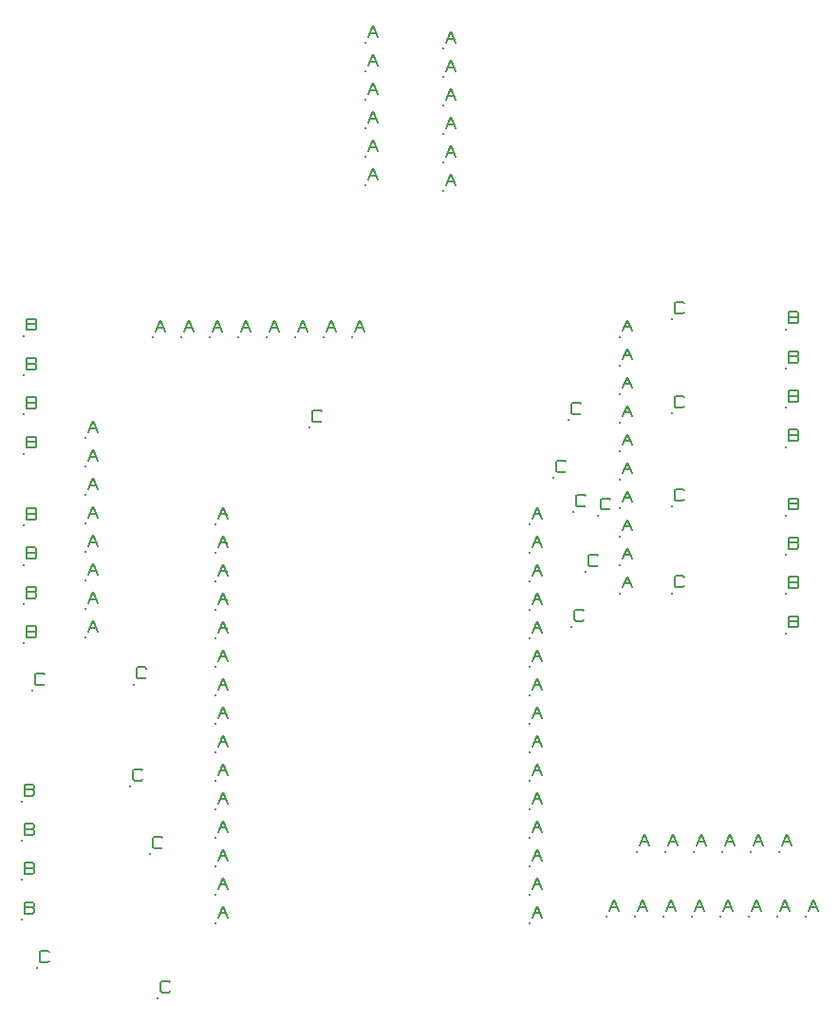
<source format=gbr>
G70*
%FSLAX55Y55*%
%AMUSER11*
1, 1, 0.01000, 0.0, 0.0*
1, 0, 0.00500, 0.0, 0.0*%
%ADD11USER11*%
%ADD12C,0.00800*%
D11*
X63295Y227250D03*
D12*
X64331Y228286D02*
X64331Y229328*
X65997Y233286D01*
X67664Y229328*
X64956Y230786D02*
X67039Y230786D01*
D11*
X63295Y217250D03*
D12*
X64331Y218286D02*
X64331Y219328*
X65997Y223286D01*
X67664Y219328*
X64956Y220786D02*
X67039Y220786D01*
D11*
X63295Y207250D03*
D12*
X64331Y208286D02*
X64331Y209328*
X65997Y213286D01*
X67664Y209328*
X64956Y210786D02*
X67039Y210786D01*
D11*
X63295Y197250D03*
D12*
X64331Y198286D02*
X64331Y199328*
X65997Y203286D01*
X67664Y199328*
X64956Y200786D02*
X67039Y200786D01*
D11*
X63295Y187250D03*
D12*
X64331Y188286D02*
X64331Y189328*
X65997Y193286D01*
X67664Y189328*
X64956Y190786D02*
X67039Y190786D01*
D11*
X63276Y177250D03*
D12*
X64311Y178286D02*
X64311Y179328*
X65978Y183286D01*
X67644Y179328*
X64936Y180786D02*
X67019Y180786D01*
D11*
X63276Y167250D03*
D12*
X64311Y168286D02*
X64311Y169328*
X65978Y173286D01*
X67644Y169328*
X64936Y170786D02*
X67019Y170786D01*
D11*
X63276Y157250D03*
D12*
X64311Y158286D02*
X64311Y159328*
X65978Y163286D01*
X67644Y159328*
X64936Y160786D02*
X67019Y160786D01*
D11*
X41642Y155321D03*
D12*
X42677Y156357D02*
X42677Y157398*
X42677Y161357D01*
X45594Y161357*
X46011Y160940*
X46011Y159898*
X45594Y159482*
X42677Y159482D02*
X45594Y159482D01*
X46011Y159065*
X46011Y157815*
X45594Y157398*
X42677Y157398*
D11*
X41642Y169101D03*
D12*
X42677Y170136D02*
X42677Y171178*
X42677Y175136D01*
X45594Y175136*
X46011Y174720*
X46011Y173678*
X45594Y173261*
X42677Y173261D02*
X45594Y173261D01*
X46011Y172845*
X46011Y171595*
X45594Y171178*
X42677Y171178*
D11*
X41642Y182880D03*
D12*
X42677Y183916D02*
X42677Y184957*
X42677Y188916D01*
X45594Y188916*
X46011Y188499*
X46011Y187457*
X45594Y187041*
X42677Y187041D02*
X45594Y187041D01*
X46011Y186624*
X46011Y185374*
X45594Y184957*
X42677Y184957*
D11*
X41642Y196660D03*
D12*
X42677Y197695D02*
X42677Y198737*
X42677Y202695D01*
X45594Y202695*
X46011Y202279*
X46011Y201237*
X45594Y200820*
X42677Y200820D02*
X45594Y200820D01*
X46011Y200404*
X46011Y199154*
X45594Y198737*
X42677Y198737*
D11*
X161524Y366030D03*
D12*
X162559Y367065D02*
X162559Y368107*
X164226Y372065D01*
X165892Y368107*
X163184Y369565D02*
X165267Y369565D01*
D11*
X161524Y356030D03*
D12*
X162559Y357065D02*
X162559Y358107*
X164226Y362065D01*
X165892Y358107*
X163184Y359565D02*
X165267Y359565D01*
D11*
X161524Y346030D03*
D12*
X162559Y347065D02*
X162559Y348107*
X164226Y352065D01*
X165892Y348107*
X163184Y349565D02*
X165267Y349565D01*
D11*
X161524Y336030D03*
D12*
X162559Y337065D02*
X162559Y338107*
X164226Y342065D01*
X165892Y338107*
X163184Y339565D02*
X165267Y339565D01*
D11*
X161524Y326030D03*
D12*
X162559Y327065D02*
X162559Y328107*
X164226Y332065D01*
X165892Y328107*
X163184Y329565D02*
X165267Y329565D01*
D11*
X161504Y316030D03*
D12*
X162539Y317065D02*
X162539Y318107*
X164206Y322065D01*
X165873Y318107*
X163164Y319565D02*
X165248Y319565D01*
D11*
X109102Y197093D03*
D12*
X110138Y198128D02*
X110138Y199170*
X111805Y203128D01*
X113471Y199170*
X110763Y200628D02*
X112846Y200628D01*
D11*
X109102Y187093D03*
D12*
X110138Y188128D02*
X110138Y189170*
X111805Y193128D01*
X113471Y189170*
X110763Y190628D02*
X112846Y190628D01*
D11*
X109102Y177093D03*
D12*
X110138Y178128D02*
X110138Y179170*
X111805Y183128D01*
X113471Y179170*
X110763Y180628D02*
X112846Y180628D01*
D11*
X109102Y167093D03*
D12*
X110138Y168128D02*
X110138Y169170*
X111805Y173128D01*
X113471Y169170*
X110763Y170628D02*
X112846Y170628D01*
D11*
X109102Y157093D03*
D12*
X110138Y158128D02*
X110138Y159170*
X111805Y163128D01*
X113471Y159170*
X110763Y160628D02*
X112846Y160628D01*
D11*
X109083Y147093D03*
D12*
X110118Y148128D02*
X110118Y149170*
X111785Y153128D01*
X113451Y149170*
X110743Y150628D02*
X112826Y150628D01*
D11*
X109083Y137093D03*
D12*
X110118Y138128D02*
X110118Y139170*
X111785Y143128D01*
X113451Y139170*
X110743Y140628D02*
X112826Y140628D01*
D11*
X109083Y127093D03*
D12*
X110118Y128128D02*
X110118Y129170*
X111785Y133128D01*
X113451Y129170*
X110743Y130628D02*
X112826Y130628D01*
D11*
X109083Y117093D03*
D12*
X110118Y118128D02*
X110118Y119170*
X111785Y123128D01*
X113451Y119170*
X110743Y120628D02*
X112826Y120628D01*
D11*
X109083Y107093D03*
D12*
X110118Y108128D02*
X110118Y109170*
X111785Y113128D01*
X113451Y109170*
X110743Y110628D02*
X112826Y110628D01*
D11*
X109083Y97093D03*
D12*
X110118Y98128D02*
X110118Y99170*
X111785Y103128D01*
X113451Y99170*
X110743Y100628D02*
X112826Y100628D01*
D11*
X109083Y87093D03*
D12*
X110118Y88128D02*
X110118Y89170*
X111785Y93128D01*
X113451Y89170*
X110743Y90628D02*
X112826Y90628D01*
D11*
X109083Y77093D03*
D12*
X110118Y78128D02*
X110118Y79170*
X111785Y83128D01*
X113451Y79170*
X110743Y80628D02*
X112826Y80628D01*
D11*
X109083Y67093D03*
D12*
X110118Y68128D02*
X110118Y69170*
X111785Y73128D01*
X113451Y69170*
X110743Y70628D02*
X112826Y70628D01*
D11*
X109083Y57093D03*
D12*
X110118Y58128D02*
X110118Y59170*
X111785Y63128D01*
X113451Y59170*
X110743Y60628D02*
X112826Y60628D01*
D11*
X219319Y57093D03*
D12*
X220354Y58128D02*
X220354Y59170*
X222021Y63128D01*
X223688Y59170*
X220979Y60628D02*
X223063Y60628D01*
D11*
X219319Y67093D03*
D12*
X220354Y68128D02*
X220354Y69170*
X222021Y73128D01*
X223688Y69170*
X220979Y70628D02*
X223063Y70628D01*
D11*
X219319Y77093D03*
D12*
X220354Y78128D02*
X220354Y79170*
X222021Y83128D01*
X223688Y79170*
X220979Y80628D02*
X223063Y80628D01*
D11*
X219319Y87093D03*
D12*
X220354Y88128D02*
X220354Y89170*
X222021Y93128D01*
X223688Y89170*
X220979Y90628D02*
X223063Y90628D01*
D11*
X219319Y97093D03*
D12*
X220354Y98128D02*
X220354Y99170*
X222021Y103128D01*
X223688Y99170*
X220979Y100628D02*
X223063Y100628D01*
D11*
X219319Y107093D03*
D12*
X220354Y108128D02*
X220354Y109170*
X222021Y113128D01*
X223688Y109170*
X220979Y110628D02*
X223063Y110628D01*
D11*
X219319Y117093D03*
D12*
X220354Y118128D02*
X220354Y119170*
X222021Y123128D01*
X223688Y119170*
X220979Y120628D02*
X223063Y120628D01*
D11*
X219319Y127093D03*
D12*
X220354Y128128D02*
X220354Y129170*
X222021Y133128D01*
X223688Y129170*
X220979Y130628D02*
X223063Y130628D01*
D11*
X219319Y137093D03*
D12*
X220354Y138128D02*
X220354Y139170*
X222021Y143128D01*
X223688Y139170*
X220979Y140628D02*
X223063Y140628D01*
D11*
X219319Y147093D03*
D12*
X220354Y148128D02*
X220354Y149170*
X222021Y153128D01*
X223688Y149170*
X220979Y150628D02*
X223063Y150628D01*
D11*
X219319Y157093D03*
D12*
X220354Y158128D02*
X220354Y159170*
X222021Y163128D01*
X223688Y159170*
X220979Y160628D02*
X223063Y160628D01*
D11*
X219319Y167093D03*
D12*
X220354Y168128D02*
X220354Y169170*
X222021Y173128D01*
X223688Y169170*
X220979Y170628D02*
X223063Y170628D01*
D11*
X219319Y177093D03*
D12*
X220354Y178128D02*
X220354Y179170*
X222021Y183128D01*
X223688Y179170*
X220979Y180628D02*
X223063Y180628D01*
D11*
X219319Y187093D03*
D12*
X220354Y188128D02*
X220354Y189170*
X222021Y193128D01*
X223688Y189170*
X220979Y190628D02*
X223063Y190628D01*
D11*
X219319Y197093D03*
D12*
X220354Y198128D02*
X220354Y199170*
X222021Y203128D01*
X223688Y199170*
X220979Y200628D02*
X223063Y200628D01*
D11*
X86839Y262605D03*
D12*
X87874Y263640D02*
X87874Y264682*
X89541Y268640D01*
X91207Y264682*
X88499Y266140D02*
X90582Y266140D01*
D11*
X96839Y262605D03*
D12*
X97874Y263640D02*
X97874Y264682*
X99541Y268640D01*
X101207Y264682*
X98499Y266140D02*
X100582Y266140D01*
D11*
X106839Y262605D03*
D12*
X107874Y263640D02*
X107874Y264682*
X109541Y268640D01*
X111207Y264682*
X108499Y266140D02*
X110582Y266140D01*
D11*
X116839Y262605D03*
D12*
X117874Y263640D02*
X117874Y264682*
X119541Y268640D01*
X121207Y264682*
X118499Y266140D02*
X120582Y266140D01*
D11*
X126839Y262605D03*
D12*
X127874Y263640D02*
X127874Y264682*
X129541Y268640D01*
X131207Y264682*
X128499Y266140D02*
X130582Y266140D01*
D11*
X136839Y262585D03*
D12*
X137874Y263621D02*
X137874Y264662*
X139541Y268621D01*
X141207Y264662*
X138499Y266121D02*
X140582Y266121D01*
D11*
X146839Y262585D03*
D12*
X147874Y263621D02*
X147874Y264662*
X149541Y268621D01*
X151207Y264662*
X148499Y266121D02*
X150582Y266121D01*
D11*
X156839Y262585D03*
D12*
X157874Y263621D02*
X157874Y264662*
X159541Y268621D01*
X161207Y264662*
X158499Y266121D02*
X160582Y266121D01*
D11*
X189063Y363943D03*
D12*
X190099Y364979D02*
X190099Y366020*
X191765Y369979D01*
X193432Y366020*
X190724Y367479D02*
X192807Y367479D01*
D11*
X189063Y353943D03*
D12*
X190099Y354979D02*
X190099Y356020*
X191765Y359979D01*
X193432Y356020*
X190724Y357479D02*
X192807Y357479D01*
D11*
X189063Y343943D03*
D12*
X190099Y344979D02*
X190099Y346020*
X191765Y349979D01*
X193432Y346020*
X190724Y347479D02*
X192807Y347479D01*
D11*
X189063Y333943D03*
D12*
X190099Y334979D02*
X190099Y336020*
X191765Y339979D01*
X193432Y336020*
X190724Y337479D02*
X192807Y337479D01*
D11*
X189063Y323943D03*
D12*
X190099Y324979D02*
X190099Y326020*
X191765Y329979D01*
X193432Y326020*
X190724Y327479D02*
X192807Y327479D01*
D11*
X189043Y313943D03*
D12*
X190079Y314979D02*
X190079Y316020*
X191745Y319979D01*
X193412Y316020*
X190704Y317479D02*
X192787Y317479D01*
D11*
X316406Y59317D03*
D12*
X317441Y60353D02*
X317441Y61394*
X319108Y65353D01*
X320774Y61394*
X318066Y62853D02*
X320149Y62853D01*
D11*
X306406Y59317D03*
D12*
X307441Y60353D02*
X307441Y61394*
X309108Y65353D01*
X310774Y61394*
X308066Y62853D02*
X310149Y62853D01*
D11*
X296406Y59317D03*
D12*
X297441Y60353D02*
X297441Y61394*
X299108Y65353D01*
X300774Y61394*
X298066Y62853D02*
X300149Y62853D01*
D11*
X286406Y59317D03*
D12*
X287441Y60353D02*
X287441Y61394*
X289108Y65353D01*
X290774Y61394*
X288066Y62853D02*
X290149Y62853D01*
D11*
X276406Y59317D03*
D12*
X277441Y60353D02*
X277441Y61394*
X279108Y65353D01*
X280774Y61394*
X278066Y62853D02*
X280149Y62853D01*
D11*
X266406Y59337D03*
D12*
X267441Y60373D02*
X267441Y61414*
X269108Y65373D01*
X270774Y61414*
X268066Y62873D02*
X270149Y62873D01*
D11*
X256406Y59337D03*
D12*
X257441Y60373D02*
X257441Y61414*
X259108Y65373D01*
X260774Y61414*
X258066Y62873D02*
X260149Y62873D01*
D11*
X246406Y59337D03*
D12*
X247441Y60373D02*
X247441Y61414*
X249108Y65373D01*
X250774Y61414*
X248066Y62873D02*
X250149Y62873D01*
D11*
X41642Y221857D03*
D12*
X42677Y222892D02*
X42677Y223934*
X42677Y227892D01*
X45594Y227892*
X46011Y227476*
X46011Y226434*
X45594Y226017*
X42677Y226017D02*
X45594Y226017D01*
X46011Y225601*
X46011Y224351*
X45594Y223934*
X42677Y223934*
D11*
X41642Y235636D03*
D12*
X42677Y236672D02*
X42677Y237713*
X42677Y241672D01*
X45594Y241672*
X46011Y241255*
X46011Y240213*
X45594Y239797*
X42677Y239797D02*
X45594Y239797D01*
X46011Y239380*
X46011Y238130*
X45594Y237713*
X42677Y237713*
D11*
X41642Y249416D03*
D12*
X42677Y250451D02*
X42677Y251493*
X42677Y255451D01*
X45594Y255451*
X46011Y255035*
X46011Y253993*
X45594Y253576*
X42677Y253576D02*
X45594Y253576D01*
X46011Y253160*
X46011Y251910*
X45594Y251493*
X42677Y251493*
D11*
X41642Y263195D03*
D12*
X42677Y264231D02*
X42677Y265272*
X42677Y269231D01*
X45594Y269231*
X46011Y268814*
X46011Y267772*
X45594Y267356*
X42677Y267356D02*
X45594Y267356D01*
X46011Y266939*
X46011Y265689*
X45594Y265272*
X42677Y265272*
D11*
X257114Y82231D03*
D12*
X258150Y83266D02*
X258150Y84308*
X259816Y88266D01*
X261483Y84308*
X258775Y85766D02*
X260858Y85766D01*
D11*
X267114Y82231D03*
D12*
X268150Y83266D02*
X268150Y84308*
X269816Y88266D01*
X271483Y84308*
X268775Y85766D02*
X270858Y85766D01*
D11*
X277114Y82231D03*
D12*
X278150Y83266D02*
X278150Y84308*
X279816Y88266D01*
X281483Y84308*
X278775Y85766D02*
X280858Y85766D01*
D11*
X287114Y82231D03*
D12*
X288150Y83266D02*
X288150Y84308*
X289816Y88266D01*
X291483Y84308*
X288775Y85766D02*
X290858Y85766D01*
D11*
X297114Y82231D03*
D12*
X298150Y83266D02*
X298150Y84308*
X299816Y88266D01*
X301483Y84308*
X298775Y85766D02*
X300858Y85766D01*
D11*
X307114Y82211D03*
D12*
X308150Y83247D02*
X308150Y84288*
X309816Y88247D01*
X311483Y84288*
X308775Y85747D02*
X310858Y85747D01*
D11*
X251091Y262841D03*
D12*
X252126Y263876D02*
X252126Y264918*
X253793Y268876D01*
X255459Y264918*
X252751Y266376D02*
X254834Y266376D01*
D11*
X251091Y252841D03*
D12*
X252126Y253876D02*
X252126Y254918*
X253793Y258876D01*
X255459Y254918*
X252751Y256376D02*
X254834Y256376D01*
D11*
X251091Y242841D03*
D12*
X252126Y243876D02*
X252126Y244918*
X253793Y248876D01*
X255459Y244918*
X252751Y246376D02*
X254834Y246376D01*
D11*
X251091Y232841D03*
D12*
X252126Y233876D02*
X252126Y234918*
X253793Y238876D01*
X255459Y234918*
X252751Y236376D02*
X254834Y236376D01*
D11*
X251091Y222841D03*
D12*
X252126Y223876D02*
X252126Y224918*
X253793Y228876D01*
X255459Y224918*
X252751Y226376D02*
X254834Y226376D01*
D11*
X251091Y212841D03*
D12*
X252126Y213876D02*
X252126Y214918*
X253793Y218876D01*
X255459Y214918*
X252751Y216376D02*
X254834Y216376D01*
D11*
X251091Y202841D03*
D12*
X252126Y203876D02*
X252126Y204918*
X253793Y208876D01*
X255459Y204918*
X252751Y206376D02*
X254834Y206376D01*
D11*
X251091Y192841D03*
D12*
X252126Y193876D02*
X252126Y194918*
X253793Y198876D01*
X255459Y194918*
X252751Y196376D02*
X254834Y196376D01*
D11*
X251091Y182841D03*
D12*
X252126Y183876D02*
X252126Y184918*
X253793Y188876D01*
X255459Y184918*
X252751Y186376D02*
X254834Y186376D01*
D11*
X251091Y172841D03*
D12*
X252126Y173876D02*
X252126Y174918*
X253793Y178876D01*
X255459Y174918*
X252751Y176376D02*
X254834Y176376D01*
D11*
X40854Y58471D03*
D12*
X41890Y59506D02*
X41890Y60548*
X41890Y64506D01*
X44806Y64506*
X45223Y64090*
X45223Y63048*
X44806Y62631*
X41890Y62631D02*
X44806Y62631D01*
X45223Y62215*
X45223Y60965*
X44806Y60548*
X41890Y60548*
D11*
X40854Y72250D03*
D12*
X41890Y73286D02*
X41890Y74328*
X41890Y78286D01*
X44806Y78286*
X45223Y77869*
X45223Y76828*
X44806Y76411*
X41890Y76411D02*
X44806Y76411D01*
X45223Y75994*
X45223Y74744*
X44806Y74328*
X41890Y74328*
D11*
X40854Y86030D03*
D12*
X41890Y87065D02*
X41890Y88107*
X41890Y92065D01*
X44806Y92065*
X45223Y91649*
X45223Y90607*
X44806Y90190*
X41890Y90190D02*
X44806Y90190D01*
X45223Y89774*
X45223Y88524*
X44806Y88107*
X41890Y88107*
D11*
X40854Y99809D03*
D12*
X41890Y100845D02*
X41890Y101887*
X41890Y105845D01*
X44806Y105845*
X45223Y105428*
X45223Y104387*
X44806Y103970*
X41890Y103970D02*
X44806Y103970D01*
X45223Y103553*
X45223Y102303*
X44806Y101887*
X41890Y101887*
D11*
X309358Y265557D03*
D12*
X310394Y266593D02*
X310394Y267635*
X310394Y271593D01*
X313310Y271593*
X313727Y271176*
X313727Y270135*
X313310Y269718*
X310394Y269718D02*
X313310Y269718D01*
X313727Y269301*
X313727Y268051*
X313310Y267635*
X310394Y267635*
D11*
X309358Y251778D03*
D12*
X310394Y252813D02*
X310394Y253855*
X310394Y257813D01*
X313310Y257813*
X313727Y257397*
X313727Y256355*
X313310Y255938*
X310394Y255938D02*
X313310Y255938D01*
X313727Y255522*
X313727Y254272*
X313310Y253855*
X310394Y253855*
D11*
X309358Y237998D03*
D12*
X310394Y239034D02*
X310394Y240076*
X310394Y244034D01*
X313310Y244034*
X313727Y243617*
X313727Y242576*
X313310Y242159*
X310394Y242159D02*
X313310Y242159D01*
X313727Y241742*
X313727Y240492*
X313310Y240076*
X310394Y240076*
D11*
X309358Y224219D03*
D12*
X310394Y225254D02*
X310394Y226296*
X310394Y230254D01*
X313310Y230254*
X313727Y229838*
X313727Y228796*
X313310Y228379*
X310394Y228379D02*
X313310Y228379D01*
X313727Y227963*
X313727Y226713*
X313310Y226296*
X310394Y226296*
D11*
X309358Y200203D03*
D12*
X310394Y201239D02*
X310394Y202280*
X310394Y206239D01*
X313310Y206239*
X313727Y205822*
X313727Y204780*
X313310Y204364*
X310394Y204364D02*
X313310Y204364D01*
X313727Y203947*
X313727Y202697*
X313310Y202280*
X310394Y202280*
D11*
X309358Y186424D03*
D12*
X310394Y187459D02*
X310394Y188501*
X310394Y192459D01*
X313310Y192459*
X313727Y192042*
X313727Y191001*
X313310Y190584*
X310394Y190584D02*
X313310Y190584D01*
X313727Y190167*
X313727Y188917*
X313310Y188501*
X310394Y188501*
D11*
X309358Y172644D03*
D12*
X310394Y173680D02*
X310394Y174721*
X310394Y178680D01*
X313310Y178680*
X313727Y178263*
X313727Y177221*
X313310Y176805*
X310394Y176805D02*
X313310Y176805D01*
X313727Y176388*
X313727Y175138*
X313310Y174721*
X310394Y174721*
D11*
X309358Y158865D03*
D12*
X310394Y159900D02*
X310394Y160942*
X310394Y164900D01*
X313310Y164900*
X313727Y164483*
X313727Y163442*
X313310Y163025*
X310394Y163025D02*
X313310Y163025D01*
X313727Y162608*
X313727Y161358*
X313310Y160942*
X310394Y160942*
D11*
X233084Y233700D03*
D12*
X234120Y234736D02*
X237453Y236194*
X237036Y235777D01*
X234536Y235777*
X234120Y236194*
X234120Y239319*
X234536Y239736*
X237036Y239736*
X237453Y239319*
D11*
X269184Y269000D03*
D12*
X270220Y270036D02*
X273553Y271494*
X273136Y271077D01*
X270636Y271077*
X270220Y271494*
X270220Y274619*
X270636Y275036*
X273136Y275036*
X273553Y274619*
D11*
X46184Y41400D03*
D12*
X47220Y42436D02*
X50553Y43894*
X50136Y43477D01*
X47636Y43477*
X47220Y43894*
X47220Y47019*
X47636Y47436*
X50136Y47436*
X50553Y47019*
D11*
X86084Y81300D03*
D12*
X87120Y82336D02*
X90453Y83794*
X90036Y83377D01*
X87536Y83377*
X87120Y83794*
X87120Y86919*
X87536Y87336*
X90036Y87336*
X90453Y86919*
D11*
X269184Y236000D03*
D12*
X270220Y237036D02*
X273553Y238494*
X273136Y238077D01*
X270636Y238077*
X270220Y238494*
X270220Y241619*
X270636Y242036*
X273136Y242036*
X273553Y241619*
D11*
X44584Y138700D03*
D12*
X45620Y139736D02*
X48953Y141194*
X48536Y140777D01*
X46036Y140777*
X45620Y141194*
X45620Y144319*
X46036Y144736*
X48536Y144736*
X48953Y144319*
D11*
X88784Y30800D03*
D12*
X89820Y31836D02*
X93153Y33294*
X92736Y32877D01*
X90236Y32877*
X89820Y33294*
X89820Y36419*
X90236Y36836*
X92736Y36836*
X93153Y36419*
D11*
X269184Y172900D03*
D12*
X270220Y173936D02*
X273553Y175394*
X273136Y174977D01*
X270636Y174977*
X270220Y175394*
X270220Y178519*
X270636Y178936*
X273136Y178936*
X273553Y178519*
D11*
X269184Y203300D03*
D12*
X270220Y204336D02*
X273553Y205794*
X273136Y205377D01*
X270636Y205377*
X270220Y205794*
X270220Y208919*
X270636Y209336*
X273136Y209336*
X273553Y208919*
D11*
X79084Y105100D03*
D12*
X80120Y106136D02*
X83453Y107594*
X83036Y107177D01*
X80536Y107177*
X80120Y107594*
X80120Y110719*
X80536Y111136*
X83036Y111136*
X83453Y110719*
D11*
X238984Y180300D03*
D12*
X240020Y181336D02*
X243353Y182794*
X242936Y182377D01*
X240436Y182377*
X240020Y182794*
X240020Y185919*
X240436Y186336*
X242936Y186336*
X243353Y185919*
D11*
X243284Y200200D03*
D12*
X244320Y201236D02*
X247653Y202694*
X247236Y202277D01*
X244736Y202277*
X244320Y202694*
X244320Y205819*
X244736Y206236*
X247236Y206236*
X247653Y205819*
D11*
X234084Y161100D03*
D12*
X235120Y162136D02*
X238453Y163594*
X238036Y163177D01*
X235536Y163177*
X235120Y163594*
X235120Y166719*
X235536Y167136*
X238036Y167136*
X238453Y166719*
D11*
X234584Y201400D03*
D12*
X235620Y202436D02*
X238953Y203894*
X238536Y203477D01*
X236036Y203477*
X235620Y203894*
X235620Y207019*
X236036Y207436*
X238536Y207436*
X238953Y207019*
D11*
X227784Y213400D03*
D12*
X228820Y214436D02*
X232153Y215894*
X231736Y215477D01*
X229236Y215477*
X228820Y215894*
X228820Y219019*
X229236Y219436*
X231736Y219436*
X232153Y219019*
D11*
X80284Y140900D03*
D12*
X81320Y141936D02*
X84653Y143394*
X84236Y142977D01*
X81736Y142977*
X81320Y143394*
X81320Y146519*
X81736Y146936*
X84236Y146936*
X84653Y146519*
D11*
X141984Y231000D03*
D12*
X143020Y232036D02*
X146353Y233494*
X145936Y233077D01*
X143436Y233077*
X143020Y233494*
X143020Y236619*
X143436Y237036*
X145936Y237036*
X146353Y236619*
M02*

</source>
